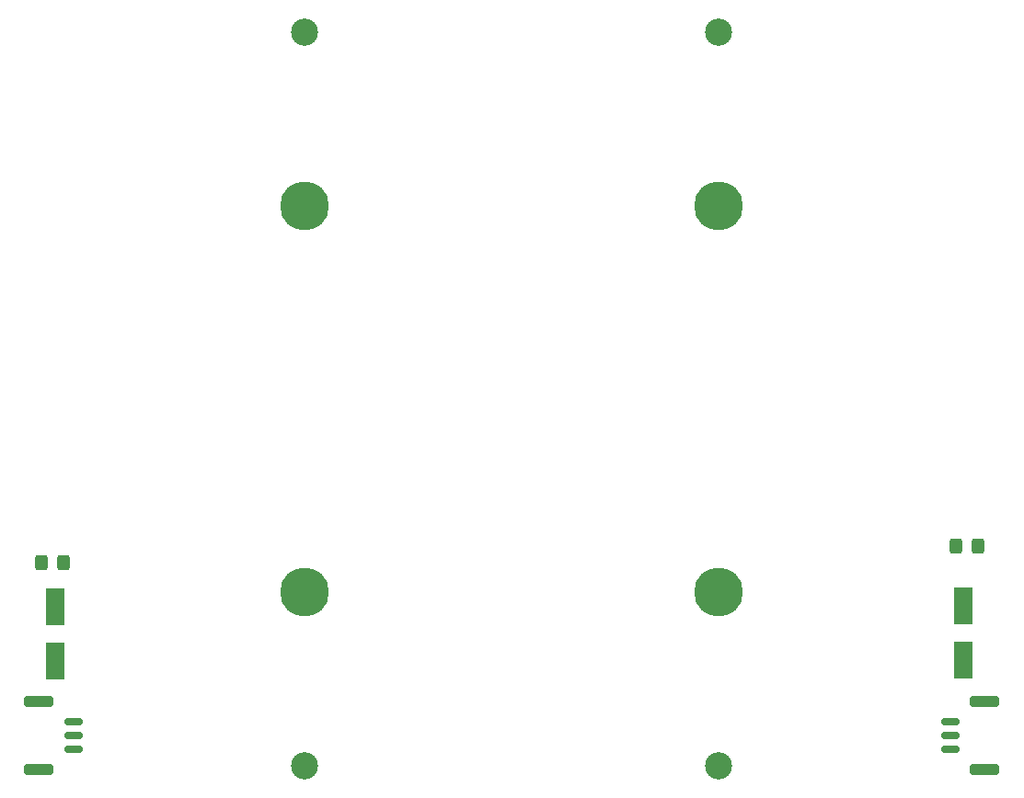
<source format=gbr>
%TF.GenerationSoftware,KiCad,Pcbnew,6.0.4-6f826c9f35~116~ubuntu20.04.1*%
%TF.CreationDate,2022-07-18T09:08:53+00:00*%
%TF.ProjectId,UST2BATTD01A,55535432-4241-4545-9444-3031412e6b69,rev?*%
%TF.SameCoordinates,PX463f660PY87a6900*%
%TF.FileFunction,Copper,L1,Top*%
%TF.FilePolarity,Positive*%
%FSLAX46Y46*%
G04 Gerber Fmt 4.6, Leading zero omitted, Abs format (unit mm)*
G04 Created by KiCad (PCBNEW 6.0.4-6f826c9f35~116~ubuntu20.04.1) date 2022-07-18 09:08:53*
%MOMM*%
%LPD*%
G01*
G04 APERTURE LIST*
G04 Aperture macros list*
%AMRoundRect*
0 Rectangle with rounded corners*
0 $1 Rounding radius*
0 $2 $3 $4 $5 $6 $7 $8 $9 X,Y pos of 4 corners*
0 Add a 4 corners polygon primitive as box body*
4,1,4,$2,$3,$4,$5,$6,$7,$8,$9,$2,$3,0*
0 Add four circle primitives for the rounded corners*
1,1,$1+$1,$2,$3*
1,1,$1+$1,$4,$5*
1,1,$1+$1,$6,$7*
1,1,$1+$1,$8,$9*
0 Add four rect primitives between the rounded corners*
20,1,$1+$1,$2,$3,$4,$5,0*
20,1,$1+$1,$4,$5,$6,$7,0*
20,1,$1+$1,$6,$7,$8,$9,0*
20,1,$1+$1,$8,$9,$2,$3,0*%
G04 Aperture macros list end*
%TA.AperFunction,WasherPad*%
%ADD10C,4.500000*%
%TD*%
%TA.AperFunction,ComponentPad*%
%ADD11C,2.500000*%
%TD*%
%TA.AperFunction,SMDPad,CuDef*%
%ADD12RoundRect,0.150000X-0.700000X0.150000X-0.700000X-0.150000X0.700000X-0.150000X0.700000X0.150000X0*%
%TD*%
%TA.AperFunction,SMDPad,CuDef*%
%ADD13RoundRect,0.250000X-1.100000X0.250000X-1.100000X-0.250000X1.100000X-0.250000X1.100000X0.250000X0*%
%TD*%
%TA.AperFunction,SMDPad,CuDef*%
%ADD14R,1.800000X3.500000*%
%TD*%
%TA.AperFunction,SMDPad,CuDef*%
%ADD15RoundRect,0.250000X-0.325000X-0.450000X0.325000X-0.450000X0.325000X0.450000X-0.325000X0.450000X0*%
%TD*%
%TA.AperFunction,SMDPad,CuDef*%
%ADD16RoundRect,0.150000X0.700000X-0.150000X0.700000X0.150000X-0.700000X0.150000X-0.700000X-0.150000X0*%
%TD*%
%TA.AperFunction,SMDPad,CuDef*%
%ADD17RoundRect,0.250000X1.100000X-0.250000X1.100000X0.250000X-1.100000X0.250000X-1.100000X-0.250000X0*%
%TD*%
G04 APERTURE END LIST*
D10*
%TO.P,BT1,*%
%TO.N,*%
X26670000Y18200000D03*
X26670000Y53800000D03*
D11*
%TO.P,BT1,1,+*%
%TO.N,Net-(F1-Pad2)*%
X26670000Y2250000D03*
%TO.P,BT1,2,-*%
%TO.N,GND*%
X26670000Y69750000D03*
%TD*%
D12*
%TO.P,J2,1*%
%TO.N,GND*%
X5406000Y6250000D03*
%TO.P,J2,2*%
%TO.N,Net-(D1-Pad1)*%
X5406000Y5000000D03*
%TO.P,J2,3*%
%TO.N,GND*%
X5406000Y3750000D03*
D13*
%TO.P,J2,MP*%
X2206000Y1900000D03*
X2206000Y8100000D03*
%TD*%
D14*
%TO.P,D2,1,K*%
%TO.N,Net-(D1-Pad1)*%
X87249000Y11978000D03*
%TO.P,D2,2,A*%
%TO.N,Net-(D2-Pad2)*%
X87249000Y16978000D03*
%TD*%
D15*
%TO.P,F1,1*%
%TO.N,Net-(D1-Pad2)*%
X2404000Y20955000D03*
%TO.P,F1,2*%
%TO.N,Net-(F1-Pad2)*%
X4454000Y20955000D03*
%TD*%
D10*
%TO.P,BT2,*%
%TO.N,*%
X64770000Y53800000D03*
X64770000Y18200000D03*
D11*
%TO.P,BT2,1,+*%
%TO.N,Net-(F2-Pad2)*%
X64770000Y2250000D03*
%TO.P,BT2,2,-*%
%TO.N,GND*%
X64770000Y69750000D03*
%TD*%
D14*
%TO.P,D1,1,K*%
%TO.N,Net-(D1-Pad1)*%
X3683000Y11851000D03*
%TO.P,D1,2,A*%
%TO.N,Net-(D1-Pad2)*%
X3683000Y16851000D03*
%TD*%
D15*
%TO.P,F2,1*%
%TO.N,Net-(D2-Pad2)*%
X86605000Y22479000D03*
%TO.P,F2,2*%
%TO.N,Net-(F2-Pad2)*%
X88655000Y22479000D03*
%TD*%
D16*
%TO.P,J1,1*%
%TO.N,GND*%
X86034000Y3750000D03*
%TO.P,J1,2*%
%TO.N,Net-(D1-Pad1)*%
X86034000Y5000000D03*
%TO.P,J1,3*%
%TO.N,GND*%
X86034000Y6250000D03*
D17*
%TO.P,J1,MP*%
X89234000Y1900000D03*
X89234000Y8100000D03*
%TD*%
M02*

</source>
